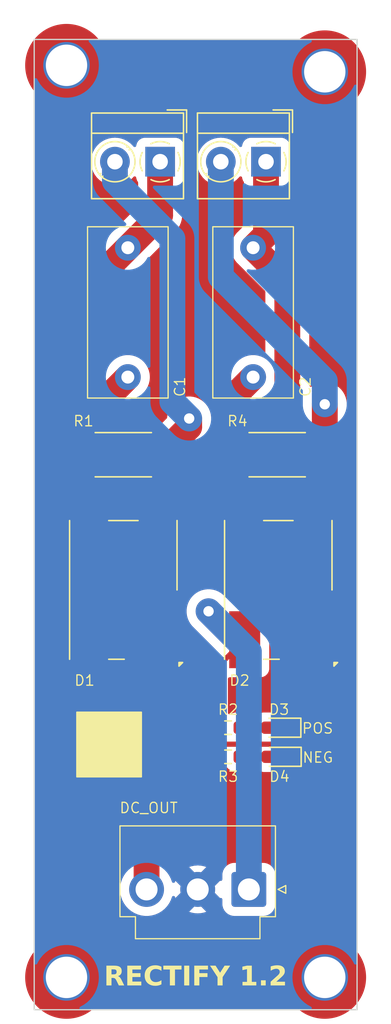
<source format=kicad_pcb>
(kicad_pcb (version 20240108) (generator "pcbnew") (generator_version "8.0")
  (layers (0 "F.Cu" signal) (31 "B.Cu" signal) (34 "B.Paste" user) (35 "F.Paste" user) (36 "B.SilkS" user "B.Silkscreen") (37 "F.SilkS" user "F.Silkscreen") (38 "B.Mask" user) (39 "F.Mask" user) (44 "Edge.Cuts" user))
  (net 0 "")
  (net 1 "PGND")
  (net 2 "VPOUT")
  (net 3 "VPOS")
  (net 4 "VNEGNEG")
  (net 5 "Net-(C1-Pad2)")
  (net 6 "VMOUT")
  (net 7 "Net-(C2-Pad2)")
  (net 8 "VNEG")
  (net 9 "VPOSNEG")
  (net 10 "Net-(D4-A)")
  (net 11 "Net-(D3-A)")
  (footprint "LED_SMD:LED_0603_1608Metric_Pad1.05x0.95mm_HandSolder" (layer "F.Cu") (at 119.0125 148.45 180)
    (property "Reference" "D4" (at 0.025 -1.53 0) (layer "F.SilkS") (effects (font (size 0.8 0.8) (thickness 0.1))))
    (property "Value" "BLUE")
    (fp_line (start 0.8 -0.735) (end -1.66 -0.735) (stroke (width 0.12)) (layer "F.SilkS"))
    (fp_line (start -1.66 0.735) (end 0.8 0.735) (stroke (width 0.12)) (layer "F.SilkS"))
    (fp_line (start -1.66 -0.735) (end -1.66 0.735) (stroke (width 0.12)) (layer "F.SilkS"))
    (pad "1" smd roundrect (at -0.875 0 180) (size 1.05 0.95) (layers "F.Cu" "F.Paste" "F.Mask") (net 6 "VMOUT"))
    (pad "2" smd roundrect (at 0.875 0 180) (size 1.05 0.95) (layers "F.Cu" "F.Paste" "F.Mask") (net 10 "Net-(D4-A)"))
  )
  (footprint "MountingHole:MountingHole_3.2mm_M3_Pad_TopOnly" (layer "F.Cu") (at 102.5 165.5 180)
    (property "Reference" "H2" (hide yes))
    (property "Value" "MountingHole")
    (pad "1" thru_hole circle (at 0 0 180) (size 3.6 3.6) (drill 3.2) (layers "*.Cu" "*.Mask"))
    (pad "1" connect circle (at 0 0 180) (size 6.4 6.4) (layers "F.Cu" "F.Mask"))
  )
  (footprint "TerminalBlock_MetzConnect:TerminalBlock_MetzConnect_Type059_RT06302HBWC_1x02_P3.50mm_Horizontal" (layer "F.Cu") (at 117.95 102.45 180)
    (property "Reference" "J3" (hide yes))
    (property "Value" "Conn_01x02_Pin")
    (fp_line (start 5.31 -2.86) (end 5.31 3.76) (stroke (width 0.12)) (layer "F.SilkS"))
    (fp_line (start 4.68 -0.99) (end 4.604 -0.914) (stroke (width 0.12)) (layer "F.SilkS"))
    (fp_line (start 4.49 -1.18) (end 4.436 -1.126) (stroke (width 0.12)) (layer "F.SilkS"))
    (fp_line (start 2.565 1.125) (end 2.511 1.18) (stroke (width 0.12)) (layer "F.SilkS"))
    (fp_line (start 2.397 0.914) (end 2.321 0.99) (stroke (width 0.12)) (layer "F.SilkS"))
    (fp_line (start -1.81 3.76) (end 5.31 3.76) (stroke (width 0.12)) (layer "F.SilkS"))
    (fp_line (start -1.81 2.2) (end 5.31 2.2) (stroke (width 0.12)) (layer "F.SilkS"))
    (fp_line (start -1.81 -2.86) (end 5.31 -2.86) (stroke (width 0.12)) (layer "F.SilkS"))
    (fp_line (start -1.81 -2.86) (end -1.81 3.76) (stroke (width 0.12)) (layer "F.SilkS"))
    (fp_line (start -2.05 4) (end -0.55 4) (stroke (width 0.12)) (layer "F.SilkS"))
    (fp_line (start -2.05 2.26) (end -2.05 4) (stroke (width 0.12)) (layer "F.SilkS"))
    (fp_arc (start 1.386645 -0.705733) (mid 1.555906 0.000711) (end 1.386 0.707) (stroke (width 0.12)) (layer "F.SilkS"))
    (fp_arc (start 0.705955 1.385515) (mid 0.363007 1.512035) (end 0 1.555) (stroke (width 0.12)) (layer "F.SilkS"))
    (fp_arc (start 0.026444 1.555682) (mid -0.350695 1.515869) (end -0.707 1.386) (stroke (width 0.12)) (layer "F.SilkS"))
    (fp_arc (start -0.705733 -1.386645) (mid 0.000711 -1.555906) (end 0.707 -1.386) (stroke (width 0.12)) (layer "F.SilkS"))
    (fp_arc (start -1.386645 0.705733) (mid -1.555906 -0.000711) (end -1.386 -0.707) (stroke (width 0.12)) (layer "F.SilkS"))
    (fp_circle (center 3.5 0) (end 5.055 0) (stroke (width 0.12)) (fill none) (layer "F.SilkS"))
    (pad "1" thru_hole rect (at 0 0 180) (size 2.3 2.3) (drill 1.2) (layers "*.Cu" "*.Mask") (net 3 "VPOS"))
    (pad "2" thru_hole circle (at 3.5 0 180) (size 2.3 2.3) (drill 1.2) (layers "*.Cu" "*.Mask") (net 9 "VPOSNEG"))
  )
  (footprint "MountingHole:MountingHole_3.2mm_M3_Pad_TopOnly" (layer "F.Cu") (at 122.5 95.5 180)
    (property "Reference" "H3" (hide yes))
    (property "Value" "MountingHole")
    (pad "1" thru_hole circle (at 0 0 180) (size 3.6 3.6) (drill 3.2) (layers "*.Cu" "*.Mask"))
    (pad "1" connect circle (at 0 0 180) (size 6.4 6.4) (layers "F.Cu" "F.Mask"))
  )
  (footprint "Resistor_SMD:R_2512_6332Metric" (layer "F.Cu") (at 118.815 125.1)
    (property "Reference" "R4" (at -3.08 -2.6 0) (layer "F.SilkS") (effects (font (size 0.8 0.8) (thickness 0.1))))
    (property "Value" "10R 2W")
    (fp_line (start -2.177064 -1.71) (end 2.177064 -1.71) (stroke (width 0.12)) (layer "F.SilkS"))
    (fp_line (start -2.177064 1.71) (end 2.177064 1.71) (stroke (width 0.12)) (layer "F.SilkS"))
    (pad "1" smd roundrect (at -2.9625 0) (size 1.225 3.35) (layers "F.Cu" "F.Paste" "F.Mask") (roundrect_rratio 0.204082) (net 7 "Net-(C2-Pad2)"))
    (pad "2" smd roundrect (at 2.9625 0) (size 1.225 3.35) (layers "F.Cu" "F.Paste" "F.Mask") (roundrect_rratio 0.204082) (net 9 "VPOSNEG"))
  )
  (footprint "Capacitor_THT:C_Rect_L13.0mm_W6.0mm_P10.00mm_FKS3_FKP3_MKS4" (layer "F.Cu") (at 116.95 109.1 -90)
    (property "Reference" "C2" (at 10.75 -4.05 90) (layer "F.SilkS") (effects (font (size 0.8 0.8) (thickness 0.1))))
    (property "Value" "100N")
    (fp_line (start -1.62 3.12) (end 11.62 3.12) (stroke (width 0.1)) (layer "F.SilkS"))
    (fp_line (start -1.62 -3.12) (end -1.62 3.12) (stroke (width 0.1)) (layer "F.SilkS"))
    (fp_line (start -1.62 -3.12) (end 11.62 -3.12) (stroke (width 0.1)) (layer "F.SilkS"))
    (fp_line (start 11.62 -3.12) (end 11.62 3.12) (stroke (width 0.1)) (layer "F.SilkS"))
    (pad "1" thru_hole circle (at 0 0 270) (size 2 2) (drill 1) (layers "*.Cu" "*.Mask") (net 3 "VPOS"))
    (pad "2" thru_hole circle (at 10 0 270) (size 2 2) (drill 1) (layers "*.Cu" "*.Mask") (net 7 "Net-(C2-Pad2)"))
  )
  (footprint "Resistor_SMD:R_0603_1608Metric_Pad0.98x0.95mm_HandSolder" (layer "F.Cu") (at 115.0125 148.45)
    (property "Reference" "R3" (at 0 1.53 0) (layer "F.SilkS") (effects (font (size 0.8 0.8) (thickness 0.1))))
    (property "Value" "16K")
    (fp_line (start -0.254724 -0.5225) (end 0.254724 -0.5225) (stroke (width 0.12)) (layer "F.SilkS"))
    (fp_line (start -0.254724 0.5225) (end 0.254724 0.5225) (stroke (width 0.12)) (layer "F.SilkS"))
    (pad "1" smd roundrect (at -0.9125 0) (size 0.975 0.95) (layers "F.Cu" "F.Paste" "F.Mask") (net 1 "PGND"))
    (pad "2" smd roundrect (at 0.9125 0) (size 0.975 0.95) (layers "F.Cu" "F.Paste" "F.Mask") (net 10 "Net-(D4-A)"))
  )
  (footprint "Resistor_SMD:R_0603_1608Metric_Pad0.98x0.95mm_HandSolder" (layer "F.Cu") (at 115.0125 146.2)
    (property "Reference" "R2" (at 0 -1.4 0) (layer "F.SilkS") (effects (font (size 0.8 0.8) (thickness 0.1))))
    (property "Value" "16K")
    (fp_line (start -0.254724 -0.5225) (end 0.254724 -0.5225) (stroke (width 0.12)) (layer "F.SilkS"))
    (fp_line (start -0.254724 0.5225) (end 0.254724 0.5225) (stroke (width 0.12)) (layer "F.SilkS"))
    (pad "1" smd roundrect (at -0.9125 0) (size 0.975 0.95) (layers "F.Cu" "F.Paste" "F.Mask") (net 2 "VPOUT"))
    (pad "2" smd roundrect (at 0.9125 0) (size 0.975 0.95) (layers "F.Cu" "F.Paste" "F.Mask") (net 11 "Net-(D3-A)"))
  )
  (footprint "Capacitor_THT:C_Rect_L13.0mm_W6.0mm_P10.00mm_FKS3_FKP3_MKS4" (layer "F.Cu") (at 107.25 109.1 -90)
    (property "Reference" "C1" (at 10.75 -4.032732 90) (layer "F.SilkS") (effects (font (size 0.8 0.8) (thickness 0.1))))
    (property "Value" "100N")
    (fp_line (start -1.62 3.12) (end 11.62 3.12) (stroke (width 0.1)) (layer "F.SilkS"))
    (fp_line (start -1.62 -3.12) (end -1.62 3.12) (stroke (width 0.1)) (layer "F.SilkS"))
    (fp_line (start -1.62 -3.12) (end 11.62 -3.12) (stroke (width 0.1)) (layer "F.SilkS"))
    (fp_line (start 11.62 -3.12) (end 11.62 3.12) (stroke (width 0.1)) (layer "F.SilkS"))
    (pad "1" thru_hole circle (at 0 0 270) (size 2 2) (drill 1) (layers "*.Cu" "*.Mask") (net 8 "VNEG"))
    (pad "2" thru_hole circle (at 10 0 270) (size 2 2) (drill 1) (layers "*.Cu" "*.Mask") (net 5 "Net-(C1-Pad2)"))
  )
  (footprint "TerminalBlock_MetzConnect:TerminalBlock_MetzConnect_Type059_RT06302HBWC_1x02_P3.50mm_Horizontal" (layer "F.Cu") (at 109.75 102.45 180)
    (property "Reference" "J1" (hide yes))
    (property "Value" "Conn_01x02_Pin")
    (fp_line (start 5.31 -2.86) (end 5.31 3.76) (stroke (width 0.12)) (layer "F.SilkS"))
    (fp_line (start 4.68 -0.99) (end 4.604 -0.914) (stroke (width 0.12)) (layer "F.SilkS"))
    (fp_line (start 4.49 -1.18) (end 4.436 -1.126) (stroke (width 0.12)) (layer "F.SilkS"))
    (fp_line (start 2.565 1.125) (end 2.511 1.18) (stroke (width 0.12)) (layer "F.SilkS"))
    (fp_line (start 2.397 0.914) (end 2.321 0.99) (stroke (width 0.12)) (layer "F.SilkS"))
    (fp_line (start -1.81 3.76) (end 5.31 3.76) (stroke (width 0.12)) (layer "F.SilkS"))
    (fp_line (start -1.81 2.2) (end 5.31 2.2) (stroke (width 0.12)) (layer "F.SilkS"))
    (fp_line (start -1.81 -2.86) (end 5.31 -2.86) (stroke (width 0.12)) (layer "F.SilkS"))
    (fp_line (start -1.81 -2.86) (end -1.81 3.76) (stroke (width 0.12)) (layer "F.SilkS"))
    (fp_line (start -2.05 4) (end -0.55 4) (stroke (width 0.12)) (layer "F.SilkS"))
    (fp_line (start -2.05 2.26) (end -2.05 4) (stroke (width 0.12)) (layer "F.SilkS"))
    (fp_arc (start 1.386645 -0.705733) (mid 1.555906 0.000711) (end 1.386 0.707) (stroke (width 0.12)) (layer "F.SilkS"))
    (fp_arc (start 0.705955 1.385515) (mid 0.363007 1.512035) (end 0 1.555) (stroke (width 0.12)) (layer "F.SilkS"))
    (fp_arc (start 0.026444 1.555682) (mid -0.350695 1.515869) (end -0.707 1.386) (stroke (width 0.12)) (layer "F.SilkS"))
    (fp_arc (start -0.705733 -1.386645) (mid 0.000711 -1.555906) (end 0.707 -1.386) (stroke (width 0.12)) (layer "F.SilkS"))
    (fp_arc (start -1.386645 0.705733) (mid -1.555906 -0.000711) (end -1.386 -0.707) (stroke (width 0.12)) (layer "F.SilkS"))
    (fp_circle (center 3.5 0) (end 5.055 0) (stroke (width 0.12)) (fill none) (layer "F.SilkS"))
    (pad "1" thru_hole rect (at 0 0 180) (size 2.3 2.3) (drill 1.2) (layers "*.Cu" "*.Mask") (net 8 "VNEG"))
    (pad "2" thru_hole circle (at 3.5 0 180) (size 2.3 2.3) (drill 1.2) (layers "*.Cu" "*.Mask") (net 4 "VNEGNEG"))
  )
  (footprint "Diode_SMD:Diode_Bridge_Bourns_CD-DF4xxS" (layer "F.Cu") (at 118.9 135.55 180)
    (property "Reference" "D2" (at 3 -7 0) (layer "F.SilkS") (effects (font (size 0.8 0.8) (thickness 0.1))))
    (property "Value" "652-CD-DF408SL")
    (fp_line (start 4.16 -5.36) (end 4.16 5.36) (stroke (width 0.12)) (layer "F.SilkS"))
    (fp_line (start -0.07 -5.36) (end 1.13 -5.36) (stroke (width 0.12)) (layer "F.SilkS"))
    (fp_line (start -1.14 5.36) (end 1.13 5.36) (stroke (width 0.12)) (layer "F.SilkS"))
    (fp_line (start -4.16 0) (end -4.16 5.36) (stroke (width 0.12)) (layer "F.SilkS"))
    (fp_poly (pts (xy -4.31 -5.61) (xy -4.59 -5.61) (xy -4.31 -5.89) (xy -4.31 -5.61)) (stroke (width 0.12)) (fill solid) (layer "F.SilkS"))
    (pad "1" smd rect (at 2.6 -3.85 180) (size 2.4 4.4) (layers "F.Cu" "F.Paste" "F.Mask") (net 2 "VPOUT"))
    (pad "2" smd rect (at 2.6 3.85 180) (size 2.4 4.4) (layers "F.Cu" "F.Paste" "F.Mask") (net 3 "VPOS"))
    (pad "3" smd rect (at -2.6 -3.85 180) (size 2.4 4.4) (layers "F.Cu" "F.Paste" "F.Mask") (net 1 "PGND"))
    (pad "4" smd rect (at -2.6 3.85 180) (size 2.4 4.4) (layers "F.Cu" "F.Paste" "F.Mask") (net 9 "VPOSNEG"))
  )
  (footprint "Diode_SMD:Diode_Bridge_Bourns_CD-DF4xxS" (layer "F.Cu") (at 106.9 135.55 180)
    (property "Reference" "D1" (at 3 -7 0) (layer "F.SilkS") (effects (font (size 0.8 0.8) (thickness 0.1))))
    (property "Value" "652-CD-DF408SL")
    (fp_line (start 4.16 -5.36) (end 4.16 5.36) (stroke (width 0.12)) (layer "F.SilkS"))
    (fp_line (start -0.07 -5.36) (end 1.13 -5.36) (stroke (width 0.12)) (layer "F.SilkS"))
    (fp_line (start -1.14 5.36) (end 1.13 5.36) (stroke (width 0.12)) (layer "F.SilkS"))
    (fp_line (start -4.16 0) (end -4.16 5.36) (stroke (width 0.12)) (layer "F.SilkS"))
    (fp_poly (pts (xy -4.31 -5.61) (xy -4.59 -5.61) (xy -4.31 -5.89) (xy -4.31 -5.61)) (stroke (width 0.12)) (fill solid) (layer "F.SilkS"))
    (pad "1" smd rect (at 2.6 -3.85 180) (size 2.4 4.4) (layers "F.Cu" "F.Paste" "F.Mask") (net 1 "PGND"))
    (pad "2" smd rect (at 2.6 3.85 180) (size 2.4 4.4) (layers "F.Cu" "F.Paste" "F.Mask") (net 8 "VNEG"))
    (pad "3" smd rect (at -2.6 -3.85 180) (size 2.4 4.4) (layers "F.Cu" "F.Paste" "F.Mask") (net 6 "VMOUT"))
    (pad "4" smd rect (at -2.6 3.85 180) (size 2.4 4.4) (layers "F.Cu" "F.Paste" "F.Mask") (net 4 "VNEGNEG"))
  )
  (footprint "LED_SMD:LED_0603_1608Metric_Pad1.05x0.95mm_HandSolder" (layer "F.Cu") (at 118.9875 146.2 180)
    (property "Reference" "D3" (at 0.025 1.4 0) (layer "F.SilkS") (effects (font (size 0.8 0.8) (thickness 0.1))))
    (property "Value" "YELLOW")
    (fp_line (start 0.8 -0.735) (end -1.66 -0.735) (stroke (width 0.12)) (layer "F.SilkS"))
    (fp_line (start -1.66 0.735) (end 0.8 0.735) (stroke (width 0.12)) (layer "F.SilkS"))
    (fp_line (start -1.66 -0.735) (end -1.66 0.735) (stroke (width 0.12)) (layer "F.SilkS"))
    (pad "1" smd roundrect (at -0.875 0 180) (size 1.05 0.95) (layers "F.Cu" "F.Paste" "F.Mask") (net 1 "PGND"))
    (pad "2" smd roundrect (at 0.875 0 180) (size 1.05 0.95) (layers "F.Cu" "F.Paste" "F.Mask") (net 11 "Net-(D3-A)"))
  )
  (footprint "MountingHole:MountingHole_3.2mm_M3_Pad_TopOnly" (layer "F.Cu") (at 102.5 95 180)
    (property "Reference" "H1" (hide yes))
    (property "Value" "MountingHole")
    (pad "1" thru_hole circle (at 0 0 180) (size 3.6 3.6) (drill 3.2) (layers "*.Cu" "*.Mask"))
    (pad "1" connect circle (at 0 0 180) (size 6.4 6.4) (layers "F.Cu" "F.Mask"))
  )
  (footprint "Connector_JST:JST_VH_B3P-VH_1x03_P3.96mm_Vertical" (layer "F.Cu") (at 116.62 158.7 180)
    (property "Reference" "J2" (hide yes))
    (property "Value" "Conn_01x03_Male")
    (fp_line (start 9.98 4.91) (end -2.06 4.91) (stroke (width 0.1)) (layer "F.SilkS"))
    (fp_line (start 9.98 -2.11) (end 9.98 4.91) (stroke (width 0.1)) (layer "F.SilkS"))
    (fp_line (start 8.78 -2.11) (end 9.98 -2.11) (stroke (width 0.1)) (layer "F.SilkS"))
    (fp_line (start 8.78 -3.81) (end 8.78 -2.11) (stroke (width 0.1)) (layer "F.SilkS"))
    (fp_line (start -0.86 -2.11) (end -0.86 -3.81) (stroke (width 0.1)) (layer "F.SilkS"))
    (fp_line (start -0.86 -3.81) (end 8.78 -3.81) (stroke (width 0.1)) (layer "F.SilkS"))
    (fp_line (start -2.06 4.91) (end -2.06 -2.11) (stroke (width 0.1)) (layer "F.SilkS"))
    (fp_line (start -2.06 -2.11) (end -0.86 -2.11) (stroke (width 0.1)) (layer "F.SilkS"))
    (fp_line (start -2.26 0) (end -2.86 0.3) (stroke (width 0.1)) (layer "F.SilkS"))
    (fp_line (start -2.86 0.3) (end -2.86 -0.3) (stroke (width 0.1)) (layer "F.SilkS"))
    (fp_line (start -2.86 -0.3) (end -2.26 0) (stroke (width 0.1)) (layer "F.SilkS"))
    (pad "1" thru_hole roundrect (at 0 0 180) (size 2.7 2.7) (drill 1.7) (layers "*.Cu" "*.Mask") (roundrect_rratio 0.09259296296) (net 2 "VPOUT"))
    (pad "2" thru_hole circle (at 3.96 0 180) (size 2.7 2.7) (drill 1.7) (layers "*.Cu" "*.Mask") (net 1 "PGND"))
    (pad "3" thru_hole circle (at 7.92 0 180) (size 2.7 2.7) (drill 1.7) (layers "*.Cu" "*.Mask") (net 6 "VMOUT"))
  )
  (footprint "Resistor_SMD:R_2512_6332Metric" (layer "F.Cu") (at 106.9 125.1)
    (property "Reference" "R1" (at -3.08 -2.6 0) (layer "F.SilkS") (effects (font (size 0.8 0.8) (thickness 0.1))))
    (property "Value" "10R 2W")
    (fp_line (start -2.177064 -1.71) (end 2.177064 -1.71) (stroke (width 0.12)) (layer "F.SilkS"))
    (fp_line (start -2.177064 1.71) (end 2.177064 1.71) (stroke (width 0.12)) (layer "F.SilkS"))
    (pad "1" smd roundrect (at -2.9625 0) (size 1.225 3.35) (layers "F.Cu" "F.Paste" "F.Mask") (roundrect_rratio 0.204082) (net 5 "Net-(C1-Pad2)"))
    (pad "2" smd roundrect (at 2.9625 0) (size 1.225 3.35) (layers "F.Cu" "F.Paste" "F.Mask") (roundrect_rratio 0.204082) (net 4 "VNEGNEG"))
  )
  (footprint "MountingHole:MountingHole_3.2mm_M3_Pad_TopOnly" (layer "F.Cu") (at 122.5 165.5 180)
    (property "Reference" "H4" (hide yes))
    (property "Value" "MountingHole")
    (pad "1" thru_hole circle (at 0 0 180) (size 3.6 3.6) (drill 3.2) (layers "*.Cu" "*.Mask"))
    (pad "1" connect circle (at 0 0 180) (size 6.4 6.4) (layers "F.Cu" "F.Mask"))
  )
  (gr_rect (start 103.3 145) (end 108.3 150) (stroke (width 0.1)) (fill solid) (layer "F.SilkS"))
  (gr_line (start 125 168) (end 100 168) (stroke (width 0.1)) (layer "Edge.Cuts"))
  (gr_line (start 100 93) (end 125 93) (stroke (width 0.1)) (layer "Edge.Cuts"))
  (gr_line (start 125 93) (end 125 168) (stroke (width 0.1)) (layer "Edge.Cuts"))
  (gr_line (start 100 168) (end 100 93) (stroke (width 0.1)) (layer "Edge.Cuts"))
  (gr_text "RECTIFY 1.2" (at 112.5 165.5 0) (layer "F.SilkS") (effects (font (size 1.5 1.5) (thickness 0.1) (bold yes))))
  (gr_text "DC_OUT" (at 111.1775 152.4 0) (layer "F.SilkS") (effects (font (size 0.8 0.8) (thickness 0.1)) (justify right)))
  (gr_text "POS" (at 123.2125 146.25 0) (layer "F.SilkS") (effects (font (size 0.8 0.8) (thickness 0.1)) (justify right)))
  (gr_text "NEG\n" (at 123.2125 148.5 0) (layer "F.SilkS") (effects (font (size 0.8 0.8) (thickness 0.1)) (justify right)))
  (segment (start 116.3 139.4) (end 115.7 139.4) (width 2) (layer "F.Cu") (net 2))
  (segment (start 115.7 139.4) (end 113.5 137.2) (width 2) (layer "F.Cu") (net 2))
  (segment (start 114.1 146.2) (end 114.1 141.6) (width 0.4) (layer "F.Cu") (net 2))
  (segment (start 114.1 141.6) (end 116.3 139.4) (width 0.4) (layer "F.Cu") (net 2))
  (via (at 113.5 137.2) (size 1.5) (drill 0.8) (layers "F.Cu" "B.Cu") (net 2))
  (segment (start 113.5 137.2) (end 116.62 140.32) (width 2) (layer "B.Cu") (net 2))
  (segment (start 116.62 140.32) (end 116.62 158.7) (width 2) (layer "B.Cu") (net 2))
  (segment (start 119.6 125.48038) (end 116.3 128.78038) (width 2) (layer "F.Cu") (net 3))
  (segment (start 117.95 108.1) (end 116.95 109.1) (width 2) (layer "F.Cu") (net 3))
  (segment (start 116.3 128.78038) (end 116.3 131.7) (width 2) (layer "F.Cu") (net 3))
  (segment (start 119.6 111.75) (end 119.6 125.48038) (width 2) (layer "F.Cu") (net 3))
  (segment (start 117.95 102.45) (end 117.95 108.1) (width 2) (layer "F.Cu") (net 3))
  (segment (start 116.95 109.1) (end 119.6 111.75) (width 2) (layer "F.Cu") (net 3))
  (segment (start 109.8625 125.1) (end 109.8625 131.3375) (width 2) (layer "F.Cu") (net 4))
  (segment (start 112 122.3) (end 112 122.9625) (width 2) (layer "F.Cu") (net 4))
  (segment (start 112 122.9625) (end 109.8625 125.1) (width 2) (layer "F.Cu") (net 4))
  (segment (start 109.8625 131.3375) (end 109.5 131.7) (width 2) (layer "F.Cu") (net 4))
  (via (at 112 122.3) (size 1.5) (drill 0.8) (layers "F.Cu" "B.Cu") (net 4))
  (segment (start 106.25 102.45) (end 106.25 103.95) (width 2) (layer "B.Cu") (net 4))
  (segment (start 110.7 108.4) (end 110.7 121) (width 2) (layer "B.Cu") (net 4))
  (segment (start 106.25 103.95) (end 110.7 108.4) (width 2) (layer "B.Cu") (net 4))
  (segment (start 110.7 121) (end 112 122.3) (width 2) (layer "B.Cu") (net 4))
  (segment (start 103.9375 122.4125) (end 107.25 119.1) (width 2) (layer "F.Cu") (net 5))
  (segment (start 103.9375 125.1) (end 103.9375 122.4125) (width 2) (layer "F.Cu") (net 5))
  (segment (start 119.8875 148.45) (end 118.9125 147.475) (width 0.4) (layer "F.Cu") (net 6))
  (segment (start 108.7 158.7) (end 108.7 155.8) (width 2) (layer "F.Cu") (net 6))
  (segment (start 118.9125 147.475) (end 111.025 147.475) (width 0.4) (layer "F.Cu") (net 6))
  (segment (start 110.8 140.7) (end 109.5 139.4) (width 2) (layer "F.Cu") (net 6))
  (segment (start 110.8 153.7) (end 110.8 147.7) (width 2) (layer "F.Cu") (net 6))
  (segment (start 108.7 155.8) (end 110.8 153.7) (width 2) (layer "F.Cu") (net 6))
  (segment (start 111.025 147.475) (end 110.8 147.7) (width 0.4) (layer "F.Cu") (net 6))
  (segment (start 110.8 147.7) (end 110.8 140.7) (width 2) (layer "F.Cu") (net 6))
  (segment (start 116.95 119.1) (end 115.7 120.35) (width 2) (layer "F.Cu") (net 7))
  (segment (start 115.7 120.35) (end 115.7 124.9475) (width 2) (layer "F.Cu") (net 7))
  (segment (start 115.7 124.9475) (end 115.8525 125.1) (width 2) (layer "F.Cu") (net 7))
  (segment (start 107.25 109.1) (end 101.2 115.15) (width 2) (layer "F.Cu") (net 8))
  (segment (start 101.2 128.6) (end 104.3 131.7) (width 2) (layer "F.Cu") (net 8))
  (segment (start 109.75 102.45) (end 109.75 106.6) (width 2) (layer "F.Cu") (net 8))
  (segment (start 101.2 115.15) (end 101.2 128.6) (width 2) (layer "F.Cu") (net 8))
  (segment (start 109.75 106.6) (end 107.25 109.1) (width 2) (layer "F.Cu") (net 8))
  (segment (start 122.4 125.7225) (end 122.4 130.8) (width 2) (layer "F.Cu") (net 9))
  (segment (start 122.4 130.8) (end 121.5 131.7) (width 2) (layer "F.Cu") (net 9))
  (segment (start 122.5 121.2) (end 122.5 124.3775) (width 2) (layer "F.Cu") (net 9))
  (via (at 122.5 121.2) (size 1.5) (drill 0.8) (layers "F.Cu" "B.Cu") (net 9))
  (segment (start 114.45 111.35) (end 122.5 119.4) (width 2) (layer "B.Cu") (net 9))
  (segment (start 122.5 119.4) (end 122.5 121.2) (width 2) (layer "B.Cu") (net 9))
  (segment (start 114.45 102.45) (end 114.45 111.35) (width 2) (layer "B.Cu") (net 9))
  (segment (start 115.925 148.45) (end 118.1375 148.45) (width 0.4) (layer "F.Cu") (net 10))
  (segment (start 115.925 146.2) (end 118.1125 146.2) (width 0.4) (layer "F.Cu") (net 11))
  (zone (net 1) (net_name "PGND") (layers "F&B.Cu") (connect_pads (clearance 0.7)) (min_thickness 0.25) (fill yes (thermal_gap 0.5) (thermal_bridge_width 1.5))
    (polygon (pts (xy 99.1 91.3) (xy 127 91.3) (xy 127 168.8) (xy 126.7 169.1) (xy 98 169.1) (xy 98 92.4)))
  )
)
</source>
